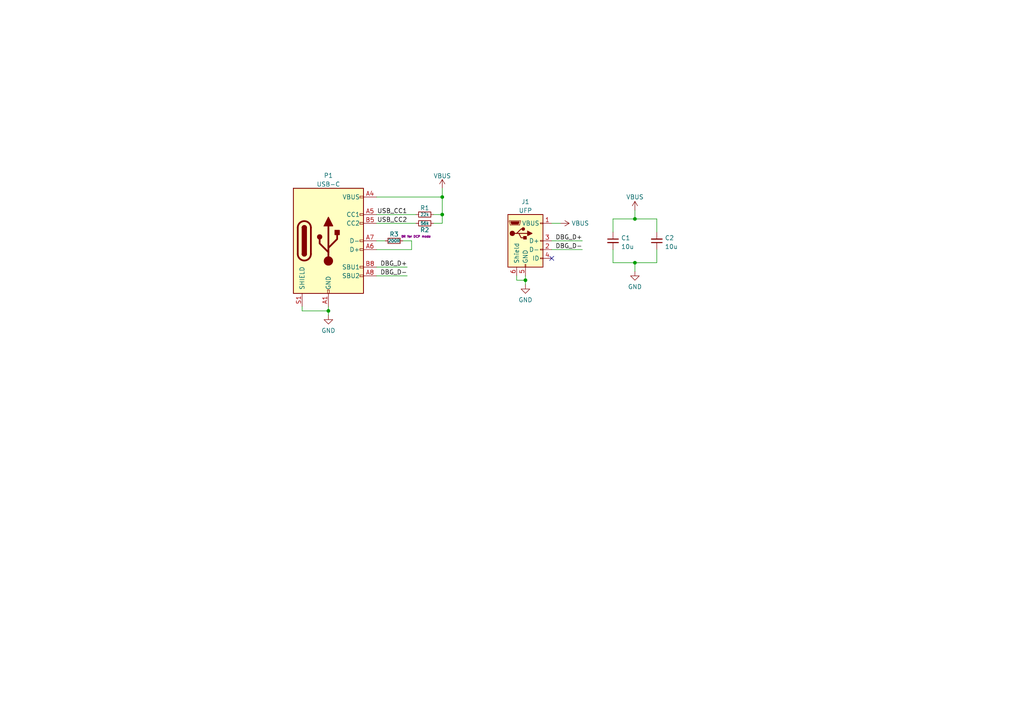
<source format=kicad_sch>
(kicad_sch (version 20211123) (generator eeschema)
  (paper "A4")
  (title_block (title "JLCPCB Design") (rev "1"))
  (lib_symbols
    (symbol "1_My_Symbols:USB_C_Debug_Plug" (pin_names (offset 1.016))
      (property "Reference" "P" (at -10.16 19.05 0))
      (property "Value" "USB_C_Debug_Plug" (at 12.7 19.05 0))
      (symbol "USB_C_Debug_Plug_0_0"
        (rectangle (start -0.254 -15.24) (end 0.254 -14.224))
        (rectangle (start 10.16 -9.906) (end 9.144 -10.414))
        (rectangle (start 10.16 -7.366) (end 9.144 -7.874))
        (rectangle (start 10.16 -2.286) (end 9.144 -2.794))
        (rectangle (start 10.16 0.254) (end 9.144 -0.254))
        (rectangle (start 10.16 5.334) (end 9.144 4.826))
        (rectangle (start 10.16 7.874) (end 9.144 7.366))
        (rectangle (start 10.16 12.954) (end 9.144 12.446))
        (pin bidirectional line (at 13.97 -10.16 180) (length 3.81) (name "SBU2") (number "A8"))
        (pin bidirectional line (at 13.97 -7.62 180) (length 3.81) (name "SBU1") (number "B8"))
      )
      (symbol "USB_C_Debug_Plug_0_1"
        (rectangle (start -10.16 15.24) (end 10.16 -15.24) (stroke (width 0.254)) (fill (type background)))
        (arc (start -8.89 -3.81) (mid -6.985 -5.715) (end -5.08 -3.81) (stroke (width 0.508)))
        (arc (start -7.62 -3.81) (mid -6.985 -4.445) (end -6.35 -3.81) (stroke (width 0.254)))
        (arc (start -7.62 -3.81) (mid -6.985 -4.445) (end -6.35 -3.81) (stroke (width 0.254)) (fill (type outline)))
        (rectangle (start -7.62 -3.81) (end -6.35 3.81) (stroke (width 0.254)) (fill (type outline)))
        (arc (start -6.35 3.81) (mid -6.985 4.445) (end -7.62 3.81) (stroke (width 0.254)))
        (arc (start -6.35 3.81) (mid -6.985 4.445) (end -7.62 3.81) (stroke (width 0.254)) (fill (type outline)))
        (arc (start -5.08 3.81) (mid -6.985 5.715) (end -8.89 3.81) (stroke (width 0.508)))
        (circle (center -2.54 1.143) (radius 0.635) (stroke (width 0.254)) (fill (type outline)))
        (circle (center 0 -5.842) (radius 1.27) (fill (type outline)))
        (polyline (pts (xy -8.89 -3.81) (xy -8.89 3.81)) (stroke (width 0.508)))
        (polyline (pts (xy -5.08 3.81) (xy -5.08 -3.81)) (stroke (width 0.508)))
        (polyline (pts (xy 0 -5.842) (xy 0 4.318)) (stroke (width 0.508)))
        (polyline (pts (xy 0 -3.302) (xy -2.54 -0.762) (xy -2.54 0.508)) (stroke (width 0.508)))
        (polyline (pts (xy 0 -2.032) (xy 2.54 0.508) (xy 2.54 1.778)) (stroke (width 0.508)))
        (polyline (pts (xy -1.27 4.318) (xy 0 6.858) (xy 1.27 4.318) (xy -1.27 4.318)) (stroke (width 0.254)) (fill (type outline)))
        (rectangle (start 1.905 1.778) (end 3.175 3.048) (stroke (width 0.254)) (fill (type outline)))
      )
      (symbol "USB_C_Debug_Plug_1_1"
        (pin passive line (at 0 -19.05 90) (length 3.81) (name "GND") (number "A1"))
        (pin passive line (at 0 -19.05 90) (length 3.81) hide (name "GND") (number "A12"))
        (pin passive line (at 13.97 12.7 180) (length 3.81) (name "VBUS") (number "A4"))
        (pin bidirectional line (at 13.97 7.62 180) (length 3.81) (name "CC1") (number "A5"))
        (pin bidirectional line (at 13.97 -2.54 180) (length 3.81) (name "D+") (number "A6"))
        (pin bidirectional line (at 13.97 0 180) (length 3.81) (name "D-") (number "A7"))
        (pin passive line (at 13.97 12.7 180) (length 3.81) hide (name "VBUS") (number "A9"))
        (pin passive line (at 0 -19.05 90) (length 3.81) hide (name "GND") (number "B1"))
        (pin passive line (at 0 -19.05 90) (length 3.81) hide (name "GND") (number "B12"))
        (pin passive line (at 13.97 12.7 180) (length 3.81) hide (name "VBUS") (number "B4"))
        (pin bidirectional line (at 13.97 5.08 180) (length 3.81) (name "CC2") (number "B5"))
        (pin passive line (at 13.97 12.7 180) (length 3.81) hide (name "VBUS") (number "B9"))
        (pin passive line (at -7.62 -19.05 90) (length 3.81) (name "SHIELD") (number "S1"))
      )
    )
    (symbol "Connector:USB_B_Micro" (pin_names (offset 1.016))
      (property "Reference" "J" (at -5.08 11.43 0))
      (property "Value" "USB_B_Micro" (at -5.08 8.89 0))
      (symbol "USB_B_Micro_0_1"
        (rectangle (start -5.08 -7.62) (end 5.08 7.62) (stroke (width 0.254)) (fill (type background)))
        (circle (center -3.81 2.159) (radius 0.635) (stroke (width 0.254)) (fill (type outline)))
        (circle (center -0.635 3.429) (radius 0.381) (stroke (width 0.254)) (fill (type outline)))
        (rectangle (start -0.127 -7.62) (end 0.127 -6.858))
        (polyline (pts (xy -1.905 2.159) (xy 0.635 2.159)) (stroke (width 0.254)))
        (polyline (pts (xy -3.175 2.159) (xy -2.54 2.159) (xy -1.27 3.429) (xy -0.635 3.429)) (stroke (width 0.254)))
        (polyline (pts (xy -2.54 2.159) (xy -1.905 2.159) (xy -1.27 0.889) (xy 0 0.889)) (stroke (width 0.254)))
        (polyline (pts (xy 0.635 2.794) (xy 0.635 1.524) (xy 1.905 2.159) (xy 0.635 2.794)) (stroke (width 0.254)) (fill (type outline)))
        (polyline (pts (xy -4.318 5.588) (xy -1.778 5.588) (xy -2.032 4.826) (xy -4.064 4.826) (xy -4.318 5.588)) (fill (type outline)))
        (polyline (pts (xy -4.699 5.842) (xy -4.699 5.588) (xy -4.445 4.826) (xy -4.445 4.572) (xy -1.651 4.572) (xy -1.651 4.826) (xy -1.397 5.588) (xy -1.397 5.842) (xy -4.699 5.842)))
        (rectangle (start 0.254 1.27) (end -0.508 0.508) (stroke (width 0.254)) (fill (type outline)))
        (rectangle (start 5.08 -5.207) (end 4.318 -4.953))
        (rectangle (start 5.08 -2.667) (end 4.318 -2.413))
        (rectangle (start 5.08 -0.127) (end 4.318 0.127))
        (rectangle (start 5.08 4.953) (end 4.318 5.207))
      )
      (symbol "USB_B_Micro_1_1"
        (pin power_out line (at 7.62 5.08 180) (length 2.54) (name "VBUS") (number "1"))
        (pin bidirectional line (at 7.62 -2.54 180) (length 2.54) (name "D-") (number "2"))
        (pin bidirectional line (at 7.62 0 180) (length 2.54) (name "D+") (number "3"))
        (pin passive line (at 7.62 -5.08 180) (length 2.54) (name "ID") (number "4"))
        (pin power_out line (at 0 -10.16 90) (length 2.54) (name "GND") (number "5"))
        (pin passive line (at -2.54 -10.16 90) (length 2.54) (name "Shield") (number "6"))
      )
    )
    (symbol "Device:C_Small" (pin_numbers hide) (pin_names (offset 0.254) hide)
      (property "Reference" "C" (at 0.254 1.778 0))
      (property "Value" "C_Small" (at 0.254 -2.032 0))
      (symbol "C_Small_0_1"
        (polyline (pts (xy -1.524 -0.508) (xy 1.524 -0.508)) (stroke (width 0.3302)))
        (polyline (pts (xy -1.524 0.508) (xy 1.524 0.508)) (stroke (width 0.3048)))
      )
      (symbol "C_Small_1_1"
        (pin passive line (at 0 2.54 270) (length 2.032) (name "~") (number "1"))
        (pin passive line (at 0 -2.54 90) (length 2.032) (name "~") (number "2"))
      )
    )
    (symbol "Device:R_Small" (pin_numbers hide) (pin_names (offset 0.254) hide)
      (property "Reference" "R" (at 0.762 0.508 0))
      (property "Value" "R_Small" (at 0.762 -1.016 0))
      (symbol "R_Small_0_1"
        (rectangle (start -0.762 1.778) (end 0.762 -1.778) (stroke (width 0.2032)))
      )
      (symbol "R_Small_1_1"
        (pin passive line (at 0 2.54 270) (length 0.762) (name "~") (number "1"))
        (pin passive line (at 0 -2.54 90) (length 0.762) (name "~") (number "2"))
      )
    )
    (symbol "power:GND" (power) (pin_names (offset 0))
      (property "Value" "GND" (at 0 -3.81 0))
      (symbol "GND_0_1"
        (polyline (pts (xy 0 0) (xy 0 -1.27) (xy 1.27 -1.27) (xy 0 -2.54) (xy -1.27 -1.27) (xy 0 -1.27)))
      )
      (symbol "GND_1_1"
        (pin power_in line (at 0 0 270) (length 0) hide (name "GND") (number "1"))
      )
    )
    (symbol "power:VBUS" (power) (pin_names (offset 0))
      (property "Value" "VBUS" (at 0 3.81 0))
      (symbol "VBUS_0_1"
        (polyline (pts (xy -0.762 1.27) (xy 0 2.54)))
        (polyline (pts (xy 0 0) (xy 0 2.54)))
        (polyline (pts (xy 0 2.54) (xy 0.762 1.27)))
      )
      (symbol "VBUS_1_1"
        (pin power_in line (at 0 0 90) (length 0) hide (name "VBUS") (number "1"))
      )
    )
  )
  (junction (at 128.27 57.15))
  (junction (at 184.15 76.2))
  (junction (at 128.27 62.23))
  (junction (at 95.25 90.17))
  (junction (at 152.4 81.28))
  (junction (at 184.15 63.5))
  (no_connect (at 160.02 74.93))
  (wire (pts (xy 109.22 80.01) (xy 118.11 80.01)))
  (wire (pts (xy 177.8 63.5) (xy 177.8 67.31)))
  (wire (pts (xy 125.73 64.77) (xy 128.27 64.77)))
  (wire (pts (xy 160.02 64.77) (xy 162.56 64.77)))
  (wire (pts (xy 160.02 72.39) (xy 168.91 72.39)))
  (wire (pts (xy 177.8 72.39) (xy 177.8 76.2)))
  (wire (pts (xy 184.15 63.5) (xy 177.8 63.5)))
  (wire (pts (xy 109.22 69.85) (xy 111.76 69.85)))
  (wire (pts (xy 160.02 69.85) (xy 168.91 69.85)))
  (wire (pts (xy 128.27 62.23) (xy 128.27 57.15)))
  (wire (pts (xy 152.4 80.01) (xy 152.4 81.28)))
  (wire (pts (xy 109.22 72.39) (xy 119.38 72.39)))
  (wire (pts (xy 125.73 62.23) (xy 128.27 62.23)))
  (wire (pts (xy 87.63 90.17) (xy 95.25 90.17)))
  (wire (pts (xy 190.5 63.5) (xy 190.5 67.31)))
  (wire (pts (xy 95.25 90.17) (xy 95.25 91.44)))
  (wire (pts (xy 184.15 63.5) (xy 184.15 60.96)))
  (wire (pts (xy 190.5 72.39) (xy 190.5 76.2)))
  (wire (pts (xy 149.86 81.28) (xy 152.4 81.28)))
  (wire (pts (xy 184.15 76.2) (xy 177.8 76.2)))
  (wire (pts (xy 109.22 64.77) (xy 120.65 64.77)))
  (wire (pts (xy 109.22 77.47) (xy 118.11 77.47)))
  (wire (pts (xy 190.5 76.2) (xy 184.15 76.2)))
  (wire (pts (xy 128.27 54.61) (xy 128.27 57.15)))
  (wire (pts (xy 119.38 72.39) (xy 119.38 69.85)))
  (wire (pts (xy 109.22 62.23) (xy 120.65 62.23)))
  (wire (pts (xy 116.84 69.85) (xy 119.38 69.85)))
  (wire (pts (xy 149.86 80.01) (xy 149.86 81.28)))
  (wire (pts (xy 184.15 76.2) (xy 184.15 78.74)))
  (wire (pts (xy 152.4 81.28) (xy 152.4 82.55)))
  (wire (pts (xy 184.15 63.5) (xy 190.5 63.5)))
  (wire (pts (xy 87.63 88.9) (xy 87.63 90.17)))
  (wire (pts (xy 109.22 57.15) (xy 128.27 57.15)))
  (wire (pts (xy 95.25 88.9) (xy 95.25 90.17)))
  (wire (pts (xy 128.27 64.77) (xy 128.27 62.23)))
  (label "USB_CC1" (at 118.11 62.23 180))
  (label "DBG_D+" (at 168.91 69.85 180))
  (label "DBG_D-" (at 118.11 80.01 180))
  (label "DBG_D+" (at 118.11 77.47 180))
  (label "USB_CC2" (at 118.11 64.77 180))
  (label "DBG_D-" (at 168.91 72.39 180))
  (symbol (lib_id "power:GND") (at 95.25 91.44 0) (unit 1)
    (property "Reference" "#PWR06" (effects hide))
    (property "Value" "GND" (at 95.25 95.8834 0))
  )
  (symbol (lib_id "power:GND") (at 152.4 82.55 0) (unit 1)
    (property "Reference" "#PWR05" (effects hide))
    (property "Value" "GND" (at 152.4 86.9934 0))
  )
  (symbol (lib_id "power:VBUS") (at 128.27 54.61 0) (unit 1)
    (property "Reference" "#PWR01" (effects hide))
    (property "Value" "VBUS" (at 128.27 51.0342 0))
  )
  (symbol (lib_id "Device:C_Small") (at 190.5 69.85 180) (unit 1)
    (property "Reference" "C2" (at 192.8241 69.0089 0) (effects (justify right)))
    (property "Value" "10u" (at 192.8241 71.5458 0) (effects (justify right)))
    (property "Footprint" "Capacitor_SMD:C_0603_1608Metric" (effects hide))
  )
  (symbol (lib_id "Device:R_Small") (at 123.19 64.77 270) (unit 1)
    (property "Reference" "R2" (at 123.19 66.675 90))
    (property "Value" "56k" (at 123.19 64.77 90) (effects (font (size 0.889 0.889))))
    (property "Footprint" "Resistor_SMD:R_0603_1608Metric" (effects hide))
  )
  (symbol (lib_id "power:GND") (at 184.15 78.74 0) (unit 1)
    (property "Reference" "#PWR04" (effects hide))
    (property "Value" "GND" (at 184.15 83.1834 0))
  )
  (symbol (lib_id "power:VBUS") (at 184.15 60.96 0) (unit 1)
    (property "Reference" "#PWR02" (effects hide))
    (property "Value" "VBUS" (at 184.15 57.15 0))
  )
  (symbol (lib_id "Device:R_Small") (at 123.19 62.23 270) (unit 1)
    (property "Reference" "R1" (at 123.19 60.325 90))
    (property "Value" "22k" (at 123.19 62.23 90) (effects (font (size 0.889 0.889))))
    (property "Footprint" "Resistor_SMD:R_0603_1608Metric" (effects hide))
  )
  (symbol (lib_id "1_My_Symbols:USB_C_Debug_Plug") (at 95.25 69.85 0) (unit 1)
    (property "Reference" "P1" (at 95.25 50.9102 0))
    (property "Value" "USB-C" (at 95.25 53.4471 0))
    (property "Footprint" "10-My-Footprints:USB_C_Plug_Xunpu_TYPEC-950-ARP24" (effects hide))
  )
  (symbol (lib_id "power:VBUS") (at 162.56 64.77 270) (unit 1)
    (property "Reference" "#PWR03" (effects hide))
    (property "Value" "VBUS" (at 165.735 64.77 90) (effects (justify left)))
  )
  (symbol (lib_id "Device:C_Small") (at 177.8 69.85 0) (unit 1)
    (property "Reference" "C1" (at 180.1241 69.0216 0) (effects (justify left)))
    (property "Value" "10u" (at 180.1241 71.5585 0) (effects (justify left)))
    (property "Footprint" "Capacitor_SMD:C_0603_1608Metric" (effects hide))
  )
  (symbol (lib_id "Device:R_Small") (at 114.3 69.85 270) (unit 1)
    (property "Reference" "R3" (at 114.3 67.945 90))
    (property "Value" "200R" (at 114.3 69.85 90) (effects (font (size 0.889 0.889))))
    (property "Footprint" "Resistor_SMD:R_0603_1608Metric" (effects hide))
    (property "Note" "0R for DCP mode" (at 120.65 68.58 90) (effects (font (size 0.635 0.635))))
  )
  (symbol (lib_id "Connector:USB_B_Micro") (at 152.4 69.85 0) (unit 1)
    (property "Reference" "J1" (at 152.4 58.5302 0))
    (property "Value" "UFP" (at 152.4 61.0671 0))
    (property "Footprint" "11-My-Edits:Micro-USB_Xunpu-MU-109-ARY-C720609_AndVariants" (effects hide))
  )
)
</source>
